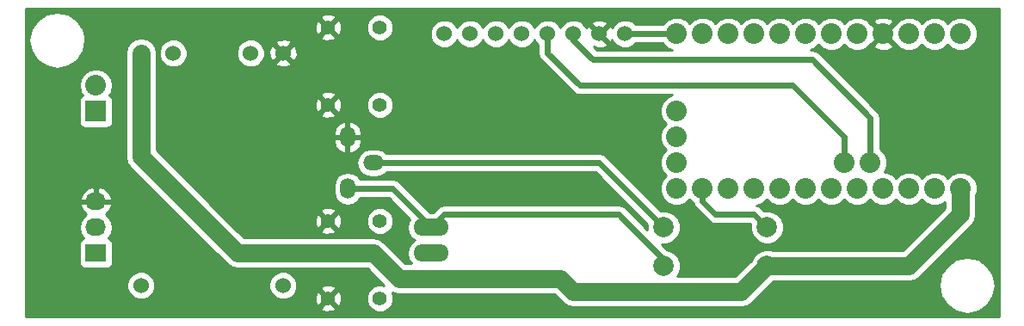
<source format=gtl>
G04 #@! TF.FileFunction,Copper,L1,Top,Signal*
%FSLAX46Y46*%
G04 Gerber Fmt 4.6, Leading zero omitted, Abs format (unit mm)*
G04 Created by KiCad (PCBNEW 4.0.2+dfsg1-stable) date Wed 06 Sep 2017 09:22:58 AM EDT*
%MOMM*%
G01*
G04 APERTURE LIST*
%ADD10C,0.100000*%
%ADD11C,1.524000*%
%ADD12C,2.032000*%
%ADD13O,1.998980X1.501140*%
%ADD14O,1.501140X1.998980*%
%ADD15O,3.500120X1.699260*%
%ADD16C,1.998980*%
%ADD17C,1.397000*%
%ADD18R,2.032000X2.032000*%
%ADD19O,2.032000X2.032000*%
%ADD20R,2.032000X1.727200*%
%ADD21O,2.032000X1.727200*%
%ADD22C,0.609600*%
%ADD23C,1.778000*%
%ADD24C,0.254000*%
G04 APERTURE END LIST*
D10*
D11*
X109220000Y-108585000D03*
X116840000Y-108585000D03*
X106045000Y-108585000D03*
X120015000Y-108585000D03*
X120015000Y-131445000D03*
X106045000Y-131445000D03*
D12*
X186690000Y-106680000D03*
X184150000Y-106680000D03*
X181610000Y-106680000D03*
X179070000Y-106680000D03*
X176530000Y-106680000D03*
X173990000Y-106680000D03*
X171450000Y-106680000D03*
X168910000Y-106680000D03*
X166370000Y-106680000D03*
X163830000Y-106680000D03*
X161290000Y-106680000D03*
X158750000Y-106680000D03*
X186690000Y-121920000D03*
X184150000Y-121920000D03*
X181610000Y-121920000D03*
X179070000Y-121920000D03*
X176530000Y-121920000D03*
X173990000Y-121920000D03*
X171450000Y-121920000D03*
X168910000Y-121920000D03*
X166370000Y-121920000D03*
X163830000Y-121920000D03*
X161290000Y-121920000D03*
X158750000Y-121920000D03*
X177800000Y-119380000D03*
X175260000Y-119380000D03*
X158750000Y-119380000D03*
X158750000Y-116840000D03*
X158750000Y-114300000D03*
D13*
X128905000Y-119380000D03*
D14*
X126365000Y-116840000D03*
X126365000Y-121920000D03*
D15*
X134620000Y-128270000D03*
X134620000Y-125730000D03*
X134620000Y-130810000D03*
D16*
X157480000Y-125730000D03*
X167640000Y-125730000D03*
X157480000Y-129540000D03*
X167640000Y-129540000D03*
D17*
X124460000Y-113665000D03*
X129540000Y-113665000D03*
X124460000Y-106045000D03*
X129540000Y-106045000D03*
X124460000Y-132715000D03*
X129540000Y-132715000D03*
X124460000Y-125095000D03*
X129540000Y-125095000D03*
D11*
X153670000Y-106680000D03*
X151130000Y-106680000D03*
X148590000Y-106680000D03*
X146050000Y-106680000D03*
X143510000Y-106680000D03*
X140970000Y-106680000D03*
X138430000Y-106680000D03*
X135890000Y-106680000D03*
D18*
X101600000Y-114300000D03*
D19*
X101600000Y-111760000D03*
D20*
X101600000Y-128270000D03*
D21*
X101600000Y-125730000D03*
X101600000Y-123190000D03*
D22*
X128905000Y-119380000D02*
X151130000Y-119380000D01*
X151130000Y-119380000D02*
X157480000Y-125730000D01*
X134620000Y-125730000D02*
X130810000Y-121920000D01*
X130810000Y-121920000D02*
X126365000Y-121920000D01*
X157480000Y-129540000D02*
X157480000Y-128905000D01*
X157480000Y-128905000D02*
X153035000Y-124460000D01*
X153035000Y-124460000D02*
X135890000Y-124460000D01*
X135890000Y-124460000D02*
X134620000Y-125730000D01*
D23*
X186690000Y-121920000D02*
X186690000Y-124460000D01*
X181610000Y-129540000D02*
X167640000Y-129540000D01*
X186690000Y-124460000D02*
X181610000Y-129540000D01*
X134620000Y-130810000D02*
X147320000Y-130810000D01*
X165100000Y-132080000D02*
X167640000Y-129540000D01*
X148590000Y-132080000D02*
X165100000Y-132080000D01*
X147320000Y-130810000D02*
X148590000Y-132080000D01*
X106045000Y-108585000D02*
X106045000Y-118745000D01*
X131445000Y-130810000D02*
X134620000Y-130810000D01*
X128905000Y-128270000D02*
X131445000Y-130810000D01*
X115570000Y-128270000D02*
X128905000Y-128270000D01*
X106045000Y-118745000D02*
X115570000Y-128270000D01*
D22*
X161290000Y-121920000D02*
X161290000Y-123190000D01*
X166370000Y-124460000D02*
X167640000Y-125730000D01*
X162560000Y-124460000D02*
X166370000Y-124460000D01*
X161290000Y-123190000D02*
X162560000Y-124460000D01*
X153670000Y-106680000D02*
X158750000Y-106680000D01*
X148590000Y-106680000D02*
X148590000Y-107315000D01*
X148590000Y-107315000D02*
X150495000Y-109220000D01*
X150495000Y-109220000D02*
X172085000Y-109220000D01*
X172085000Y-109220000D02*
X177800000Y-114935000D01*
X177800000Y-114935000D02*
X177800000Y-119380000D01*
X146050000Y-106680000D02*
X146050000Y-108585000D01*
X146050000Y-108585000D02*
X149225000Y-111760000D01*
X149225000Y-111760000D02*
X170180000Y-111760000D01*
X170180000Y-111760000D02*
X175260000Y-116840000D01*
X175260000Y-116840000D02*
X175260000Y-119380000D01*
D24*
G36*
X190425000Y-134545000D02*
X94690000Y-134545000D01*
X94690000Y-133649188D01*
X123705417Y-133649188D01*
X123767071Y-133884800D01*
X124267480Y-134060927D01*
X124797199Y-134032148D01*
X125152929Y-133884800D01*
X125214583Y-133649188D01*
X124460000Y-132894605D01*
X123705417Y-133649188D01*
X94690000Y-133649188D01*
X94690000Y-131721661D01*
X104647758Y-131721661D01*
X104859990Y-132235303D01*
X105252630Y-132628629D01*
X105765900Y-132841757D01*
X106321661Y-132842242D01*
X106835303Y-132630010D01*
X107228629Y-132237370D01*
X107441757Y-131724100D01*
X107441759Y-131721661D01*
X118617758Y-131721661D01*
X118829990Y-132235303D01*
X119222630Y-132628629D01*
X119735900Y-132841757D01*
X120291661Y-132842242D01*
X120805303Y-132630010D01*
X120913020Y-132522480D01*
X123114073Y-132522480D01*
X123142852Y-133052199D01*
X123290200Y-133407929D01*
X123525812Y-133469583D01*
X124280395Y-132715000D01*
X124639605Y-132715000D01*
X125394188Y-133469583D01*
X125629800Y-133407929D01*
X125805927Y-132907520D01*
X125777148Y-132377801D01*
X125629800Y-132022071D01*
X125394188Y-131960417D01*
X124639605Y-132715000D01*
X124280395Y-132715000D01*
X123525812Y-131960417D01*
X123290200Y-132022071D01*
X123114073Y-132522480D01*
X120913020Y-132522480D01*
X121198629Y-132237370D01*
X121388208Y-131780812D01*
X123705417Y-131780812D01*
X124460000Y-132535395D01*
X125214583Y-131780812D01*
X125152929Y-131545200D01*
X124652520Y-131369073D01*
X124122801Y-131397852D01*
X123767071Y-131545200D01*
X123705417Y-131780812D01*
X121388208Y-131780812D01*
X121411757Y-131724100D01*
X121412242Y-131168339D01*
X121200010Y-130654697D01*
X120807370Y-130261371D01*
X120294100Y-130048243D01*
X119738339Y-130047758D01*
X119224697Y-130259990D01*
X118831371Y-130652630D01*
X118618243Y-131165900D01*
X118617758Y-131721661D01*
X107441759Y-131721661D01*
X107442242Y-131168339D01*
X107230010Y-130654697D01*
X106837370Y-130261371D01*
X106324100Y-130048243D01*
X105768339Y-130047758D01*
X105254697Y-130259990D01*
X104861371Y-130652630D01*
X104648243Y-131165900D01*
X104647758Y-131721661D01*
X94690000Y-131721661D01*
X94690000Y-125730000D01*
X99916655Y-125730000D01*
X100030729Y-126303489D01*
X100355585Y-126789670D01*
X100369913Y-126799243D01*
X100348683Y-126803238D01*
X100132559Y-126942310D01*
X99987569Y-127154510D01*
X99936560Y-127406400D01*
X99936560Y-129133600D01*
X99980838Y-129368917D01*
X100119910Y-129585041D01*
X100332110Y-129730031D01*
X100584000Y-129781040D01*
X102616000Y-129781040D01*
X102851317Y-129736762D01*
X103067441Y-129597690D01*
X103212431Y-129385490D01*
X103263440Y-129133600D01*
X103263440Y-127406400D01*
X103219162Y-127171083D01*
X103080090Y-126954959D01*
X102867890Y-126809969D01*
X102826561Y-126801600D01*
X102844415Y-126789670D01*
X103169271Y-126303489D01*
X103283345Y-125730000D01*
X103169271Y-125156511D01*
X102844415Y-124670330D01*
X102534931Y-124463539D01*
X102950732Y-124092036D01*
X103204709Y-123564791D01*
X103207358Y-123549026D01*
X103086217Y-123317000D01*
X101727000Y-123317000D01*
X101727000Y-123337000D01*
X101473000Y-123337000D01*
X101473000Y-123317000D01*
X100113783Y-123317000D01*
X99992642Y-123549026D01*
X99995291Y-123564791D01*
X100249268Y-124092036D01*
X100665069Y-124463539D01*
X100355585Y-124670330D01*
X100030729Y-125156511D01*
X99916655Y-125730000D01*
X94690000Y-125730000D01*
X94690000Y-122830974D01*
X99992642Y-122830974D01*
X100113783Y-123063000D01*
X101473000Y-123063000D01*
X101473000Y-121849076D01*
X101727000Y-121849076D01*
X101727000Y-123063000D01*
X103086217Y-123063000D01*
X103207358Y-122830974D01*
X103204709Y-122815209D01*
X102950732Y-122287964D01*
X102514320Y-121898046D01*
X101961913Y-121704816D01*
X101727000Y-121849076D01*
X101473000Y-121849076D01*
X101238087Y-121704816D01*
X100685680Y-121898046D01*
X100249268Y-122287964D01*
X99995291Y-122815209D01*
X99992642Y-122830974D01*
X94690000Y-122830974D01*
X94690000Y-111760000D01*
X99916655Y-111760000D01*
X100042330Y-112391810D01*
X100269499Y-112731792D01*
X100132559Y-112819910D01*
X99987569Y-113032110D01*
X99936560Y-113284000D01*
X99936560Y-115316000D01*
X99980838Y-115551317D01*
X100119910Y-115767441D01*
X100332110Y-115912431D01*
X100584000Y-115963440D01*
X102616000Y-115963440D01*
X102851317Y-115919162D01*
X103067441Y-115780090D01*
X103212431Y-115567890D01*
X103263440Y-115316000D01*
X103263440Y-113284000D01*
X103219162Y-113048683D01*
X103080090Y-112832559D01*
X102931163Y-112730802D01*
X103157670Y-112391810D01*
X103283345Y-111760000D01*
X103157670Y-111128190D01*
X102799778Y-110592567D01*
X102264155Y-110234675D01*
X101632345Y-110109000D01*
X101567655Y-110109000D01*
X100935845Y-110234675D01*
X100400222Y-110592567D01*
X100042330Y-111128190D01*
X99916655Y-111760000D01*
X94690000Y-111760000D01*
X94690000Y-107315000D01*
X94996581Y-107315000D01*
X95209217Y-108383995D01*
X95814754Y-109290246D01*
X96721005Y-109895783D01*
X97790000Y-110108419D01*
X98858995Y-109895783D01*
X99765246Y-109290246D01*
X100236475Y-108585000D01*
X104521000Y-108585000D01*
X104521000Y-118745000D01*
X104637008Y-119328210D01*
X104890082Y-119706963D01*
X104967369Y-119822631D01*
X114492369Y-129347631D01*
X114986790Y-129677992D01*
X115570000Y-129794000D01*
X128273738Y-129794000D01*
X129900567Y-131420828D01*
X129806413Y-131381732D01*
X129275914Y-131381269D01*
X128785620Y-131583854D01*
X128410173Y-131958647D01*
X128206732Y-132448587D01*
X128206269Y-132979086D01*
X128408854Y-133469380D01*
X128783647Y-133844827D01*
X129273587Y-134048268D01*
X129804086Y-134048731D01*
X130294380Y-133846146D01*
X130669827Y-133471353D01*
X130873268Y-132981413D01*
X130873731Y-132450914D01*
X130745340Y-132140182D01*
X130861790Y-132217992D01*
X131445000Y-132334000D01*
X146688738Y-132334000D01*
X147512369Y-133157631D01*
X148006790Y-133487992D01*
X148590000Y-133604000D01*
X165100000Y-133604000D01*
X165683210Y-133487992D01*
X166177631Y-133157631D01*
X167890261Y-131445000D01*
X184531581Y-131445000D01*
X184744217Y-132513995D01*
X185349754Y-133420246D01*
X186256005Y-134025783D01*
X187325000Y-134238419D01*
X188393995Y-134025783D01*
X189300246Y-133420246D01*
X189905783Y-132513995D01*
X190118419Y-131445000D01*
X189905783Y-130376005D01*
X189300246Y-129469754D01*
X188393995Y-128864217D01*
X187325000Y-128651581D01*
X186256005Y-128864217D01*
X185349754Y-129469754D01*
X184744217Y-130376005D01*
X184531581Y-131445000D01*
X167890261Y-131445000D01*
X168271261Y-131064000D01*
X181610000Y-131064000D01*
X182193210Y-130947992D01*
X182687631Y-130617631D01*
X187767631Y-125537631D01*
X188097993Y-125043209D01*
X188214000Y-124460000D01*
X188214000Y-122555004D01*
X188340713Y-122249845D01*
X188341286Y-121593037D01*
X188090466Y-120986005D01*
X187626437Y-120521166D01*
X187019845Y-120269287D01*
X186363037Y-120268714D01*
X185756005Y-120519534D01*
X185419821Y-120855132D01*
X185086437Y-120521166D01*
X184479845Y-120269287D01*
X183823037Y-120268714D01*
X183216005Y-120519534D01*
X182879821Y-120855132D01*
X182546437Y-120521166D01*
X181939845Y-120269287D01*
X181283037Y-120268714D01*
X180676005Y-120519534D01*
X180339821Y-120855132D01*
X180006437Y-120521166D01*
X179399845Y-120269287D01*
X179218478Y-120269129D01*
X179450713Y-119709845D01*
X179451286Y-119053037D01*
X179200466Y-118446005D01*
X178739800Y-117984535D01*
X178739800Y-114935000D01*
X178668262Y-114575354D01*
X178464539Y-114270461D01*
X172749539Y-108555461D01*
X172444646Y-108351738D01*
X172085000Y-108280200D01*
X171900601Y-108280200D01*
X172383995Y-108080466D01*
X172720179Y-107744868D01*
X173053563Y-108078834D01*
X173660155Y-108330713D01*
X174316963Y-108331286D01*
X174923995Y-108080466D01*
X175260179Y-107744868D01*
X175593563Y-108078834D01*
X176200155Y-108330713D01*
X176856963Y-108331286D01*
X177463995Y-108080466D01*
X177700766Y-107844107D01*
X178085498Y-107844107D01*
X178186120Y-108112622D01*
X178801642Y-108341816D01*
X179458019Y-108318014D01*
X179953880Y-108112622D01*
X180054502Y-107844107D01*
X179070000Y-106859605D01*
X178085498Y-107844107D01*
X177700766Y-107844107D01*
X177887565Y-107657634D01*
X177905893Y-107664502D01*
X178890395Y-106680000D01*
X179249605Y-106680000D01*
X180234107Y-107664502D01*
X180252917Y-107657453D01*
X180673563Y-108078834D01*
X181280155Y-108330713D01*
X181936963Y-108331286D01*
X182543995Y-108080466D01*
X182880179Y-107744868D01*
X183213563Y-108078834D01*
X183820155Y-108330713D01*
X184476963Y-108331286D01*
X185083995Y-108080466D01*
X185420179Y-107744868D01*
X185753563Y-108078834D01*
X186360155Y-108330713D01*
X187016963Y-108331286D01*
X187623995Y-108080466D01*
X188088834Y-107616437D01*
X188340713Y-107009845D01*
X188341286Y-106353037D01*
X188090466Y-105746005D01*
X187626437Y-105281166D01*
X187019845Y-105029287D01*
X186363037Y-105028714D01*
X185756005Y-105279534D01*
X185419821Y-105615132D01*
X185086437Y-105281166D01*
X184479845Y-105029287D01*
X183823037Y-105028714D01*
X183216005Y-105279534D01*
X182879821Y-105615132D01*
X182546437Y-105281166D01*
X181939845Y-105029287D01*
X181283037Y-105028714D01*
X180676005Y-105279534D01*
X180252435Y-105702366D01*
X180234107Y-105695498D01*
X179249605Y-106680000D01*
X178890395Y-106680000D01*
X177905893Y-105695498D01*
X177887083Y-105702547D01*
X177700755Y-105515893D01*
X178085498Y-105515893D01*
X179070000Y-106500395D01*
X180054502Y-105515893D01*
X179953880Y-105247378D01*
X179338358Y-105018184D01*
X178681981Y-105041986D01*
X178186120Y-105247378D01*
X178085498Y-105515893D01*
X177700755Y-105515893D01*
X177466437Y-105281166D01*
X176859845Y-105029287D01*
X176203037Y-105028714D01*
X175596005Y-105279534D01*
X175259821Y-105615132D01*
X174926437Y-105281166D01*
X174319845Y-105029287D01*
X173663037Y-105028714D01*
X173056005Y-105279534D01*
X172719821Y-105615132D01*
X172386437Y-105281166D01*
X171779845Y-105029287D01*
X171123037Y-105028714D01*
X170516005Y-105279534D01*
X170179821Y-105615132D01*
X169846437Y-105281166D01*
X169239845Y-105029287D01*
X168583037Y-105028714D01*
X167976005Y-105279534D01*
X167639821Y-105615132D01*
X167306437Y-105281166D01*
X166699845Y-105029287D01*
X166043037Y-105028714D01*
X165436005Y-105279534D01*
X165099821Y-105615132D01*
X164766437Y-105281166D01*
X164159845Y-105029287D01*
X163503037Y-105028714D01*
X162896005Y-105279534D01*
X162559821Y-105615132D01*
X162226437Y-105281166D01*
X161619845Y-105029287D01*
X160963037Y-105028714D01*
X160356005Y-105279534D01*
X160019821Y-105615132D01*
X159686437Y-105281166D01*
X159079845Y-105029287D01*
X158423037Y-105028714D01*
X157816005Y-105279534D01*
X157354535Y-105740200D01*
X154705774Y-105740200D01*
X154462370Y-105496371D01*
X153949100Y-105283243D01*
X153393339Y-105282758D01*
X152879697Y-105494990D01*
X152486371Y-105887630D01*
X152406605Y-106079727D01*
X152352397Y-105948857D01*
X152110213Y-105879392D01*
X151309605Y-106680000D01*
X152110213Y-107480608D01*
X152352397Y-107411143D01*
X152402509Y-107270682D01*
X152484990Y-107470303D01*
X152877630Y-107863629D01*
X153390900Y-108076757D01*
X153946661Y-108077242D01*
X154460303Y-107865010D01*
X154705941Y-107619800D01*
X157355329Y-107619800D01*
X157813563Y-108078834D01*
X158298506Y-108280200D01*
X150884278Y-108280200D01*
X150566165Y-107962087D01*
X150922302Y-108089144D01*
X151477368Y-108061362D01*
X151861143Y-107902397D01*
X151930608Y-107660213D01*
X151130000Y-106859605D01*
X151115858Y-106873748D01*
X150936253Y-106694143D01*
X150950395Y-106680000D01*
X150149787Y-105879392D01*
X149907603Y-105948857D01*
X149857491Y-106089318D01*
X149775010Y-105889697D01*
X149585432Y-105699787D01*
X150329392Y-105699787D01*
X151130000Y-106500395D01*
X151930608Y-105699787D01*
X151861143Y-105457603D01*
X151337698Y-105270856D01*
X150782632Y-105298638D01*
X150398857Y-105457603D01*
X150329392Y-105699787D01*
X149585432Y-105699787D01*
X149382370Y-105496371D01*
X148869100Y-105283243D01*
X148313339Y-105282758D01*
X147799697Y-105494990D01*
X147406371Y-105887630D01*
X147320051Y-106095512D01*
X147235010Y-105889697D01*
X146842370Y-105496371D01*
X146329100Y-105283243D01*
X145773339Y-105282758D01*
X145259697Y-105494990D01*
X144866371Y-105887630D01*
X144780051Y-106095512D01*
X144695010Y-105889697D01*
X144302370Y-105496371D01*
X143789100Y-105283243D01*
X143233339Y-105282758D01*
X142719697Y-105494990D01*
X142326371Y-105887630D01*
X142240051Y-106095512D01*
X142155010Y-105889697D01*
X141762370Y-105496371D01*
X141249100Y-105283243D01*
X140693339Y-105282758D01*
X140179697Y-105494990D01*
X139786371Y-105887630D01*
X139700051Y-106095512D01*
X139615010Y-105889697D01*
X139222370Y-105496371D01*
X138709100Y-105283243D01*
X138153339Y-105282758D01*
X137639697Y-105494990D01*
X137246371Y-105887630D01*
X137160051Y-106095512D01*
X137075010Y-105889697D01*
X136682370Y-105496371D01*
X136169100Y-105283243D01*
X135613339Y-105282758D01*
X135099697Y-105494990D01*
X134706371Y-105887630D01*
X134493243Y-106400900D01*
X134492758Y-106956661D01*
X134704990Y-107470303D01*
X135097630Y-107863629D01*
X135610900Y-108076757D01*
X136166661Y-108077242D01*
X136680303Y-107865010D01*
X137073629Y-107472370D01*
X137159949Y-107264488D01*
X137244990Y-107470303D01*
X137637630Y-107863629D01*
X138150900Y-108076757D01*
X138706661Y-108077242D01*
X139220303Y-107865010D01*
X139613629Y-107472370D01*
X139699949Y-107264488D01*
X139784990Y-107470303D01*
X140177630Y-107863629D01*
X140690900Y-108076757D01*
X141246661Y-108077242D01*
X141760303Y-107865010D01*
X142153629Y-107472370D01*
X142239949Y-107264488D01*
X142324990Y-107470303D01*
X142717630Y-107863629D01*
X143230900Y-108076757D01*
X143786661Y-108077242D01*
X144300303Y-107865010D01*
X144693629Y-107472370D01*
X144779949Y-107264488D01*
X144864990Y-107470303D01*
X145110200Y-107715941D01*
X145110200Y-108585000D01*
X145181738Y-108944646D01*
X145385461Y-109249539D01*
X148560461Y-112424539D01*
X148865354Y-112628262D01*
X149225000Y-112699800D01*
X158299399Y-112699800D01*
X157816005Y-112899534D01*
X157351166Y-113363563D01*
X157099287Y-113970155D01*
X157098714Y-114626963D01*
X157349534Y-115233995D01*
X157685132Y-115570179D01*
X157351166Y-115903563D01*
X157099287Y-116510155D01*
X157098714Y-117166963D01*
X157349534Y-117773995D01*
X157685132Y-118110179D01*
X157351166Y-118443563D01*
X157099287Y-119050155D01*
X157098714Y-119706963D01*
X157349534Y-120313995D01*
X157685132Y-120650179D01*
X157351166Y-120983563D01*
X157099287Y-121590155D01*
X157098714Y-122246963D01*
X157349534Y-122853995D01*
X157813563Y-123318834D01*
X158420155Y-123570713D01*
X159076963Y-123571286D01*
X159683995Y-123320466D01*
X160020179Y-122984868D01*
X160353563Y-123318834D01*
X160377831Y-123328911D01*
X160421738Y-123549646D01*
X160625461Y-123854539D01*
X161895461Y-125124539D01*
X162200354Y-125328262D01*
X162560000Y-125399800D01*
X165980722Y-125399800D01*
X166005775Y-125424853D01*
X166005226Y-126053694D01*
X166253538Y-126654655D01*
X166712927Y-127114846D01*
X167313453Y-127364206D01*
X167963694Y-127364774D01*
X168564655Y-127116462D01*
X169024846Y-126657073D01*
X169274206Y-126056547D01*
X169274774Y-125406306D01*
X169026462Y-124805345D01*
X168567073Y-124345154D01*
X167966547Y-124095794D01*
X167334320Y-124095242D01*
X167034539Y-123795461D01*
X166729646Y-123591738D01*
X166626518Y-123571225D01*
X166696963Y-123571286D01*
X167303995Y-123320466D01*
X167640179Y-122984868D01*
X167973563Y-123318834D01*
X168580155Y-123570713D01*
X169236963Y-123571286D01*
X169843995Y-123320466D01*
X170180179Y-122984868D01*
X170513563Y-123318834D01*
X171120155Y-123570713D01*
X171776963Y-123571286D01*
X172383995Y-123320466D01*
X172720179Y-122984868D01*
X173053563Y-123318834D01*
X173660155Y-123570713D01*
X174316963Y-123571286D01*
X174923995Y-123320466D01*
X175260179Y-122984868D01*
X175593563Y-123318834D01*
X176200155Y-123570713D01*
X176856963Y-123571286D01*
X177463995Y-123320466D01*
X177800179Y-122984868D01*
X178133563Y-123318834D01*
X178740155Y-123570713D01*
X179396963Y-123571286D01*
X180003995Y-123320466D01*
X180340179Y-122984868D01*
X180673563Y-123318834D01*
X181280155Y-123570713D01*
X181936963Y-123571286D01*
X182543995Y-123320466D01*
X182880179Y-122984868D01*
X183213563Y-123318834D01*
X183820155Y-123570713D01*
X184476963Y-123571286D01*
X185083995Y-123320466D01*
X185166000Y-123238604D01*
X185166000Y-123828738D01*
X180978738Y-128016000D01*
X168231953Y-128016000D01*
X167966547Y-127905794D01*
X167316306Y-127905226D01*
X166715345Y-128153538D01*
X166255154Y-128612927D01*
X166143913Y-128880826D01*
X164468738Y-130556000D01*
X158775764Y-130556000D01*
X158864846Y-130467073D01*
X159114206Y-129866547D01*
X159114774Y-129216306D01*
X158866462Y-128615345D01*
X158407073Y-128155154D01*
X157812233Y-127908155D01*
X157268384Y-127364306D01*
X157803694Y-127364774D01*
X158404655Y-127116462D01*
X158864846Y-126657073D01*
X159114206Y-126056547D01*
X159114774Y-125406306D01*
X158866462Y-124805345D01*
X158407073Y-124345154D01*
X157806547Y-124095794D01*
X157174320Y-124095242D01*
X151794539Y-118715461D01*
X151489646Y-118511738D01*
X151130000Y-118440200D01*
X130192379Y-118440200D01*
X130165688Y-118400254D01*
X129716177Y-118099900D01*
X129185942Y-117994430D01*
X128624058Y-117994430D01*
X128093823Y-118099900D01*
X127644312Y-118400254D01*
X127343958Y-118849765D01*
X127238488Y-119380000D01*
X127343958Y-119910235D01*
X127644312Y-120359746D01*
X128093823Y-120660100D01*
X128624058Y-120765570D01*
X129185942Y-120765570D01*
X129716177Y-120660100D01*
X130165688Y-120359746D01*
X130192379Y-120319800D01*
X150740722Y-120319800D01*
X155845775Y-125424853D01*
X155845324Y-125941246D01*
X153699539Y-123795461D01*
X153394646Y-123591738D01*
X153035000Y-123520200D01*
X135890000Y-123520200D01*
X135530354Y-123591738D01*
X135225461Y-123795461D01*
X134775552Y-124245370D01*
X134464448Y-124245370D01*
X131474539Y-121255461D01*
X131169646Y-121051738D01*
X130810000Y-120980200D01*
X127559157Y-120980200D01*
X127344746Y-120659312D01*
X126895235Y-120358958D01*
X126365000Y-120253488D01*
X125834765Y-120358958D01*
X125385254Y-120659312D01*
X125084900Y-121108823D01*
X124979430Y-121639058D01*
X124979430Y-122200942D01*
X125084900Y-122731177D01*
X125385254Y-123180688D01*
X125834765Y-123481042D01*
X126365000Y-123586512D01*
X126895235Y-123481042D01*
X127344746Y-123180688D01*
X127559157Y-122859800D01*
X130420722Y-122859800D01*
X132470076Y-124909154D01*
X132301225Y-125161857D01*
X132188214Y-125730000D01*
X132301225Y-126298143D01*
X132623052Y-126779792D01*
X132952617Y-127000000D01*
X132623052Y-127220208D01*
X132301225Y-127701857D01*
X132188214Y-128270000D01*
X132301225Y-128838143D01*
X132600473Y-129286000D01*
X132076261Y-129286000D01*
X129982631Y-127192369D01*
X129866609Y-127114846D01*
X129488210Y-126862008D01*
X128905000Y-126746000D01*
X116201262Y-126746000D01*
X115484450Y-126029188D01*
X123705417Y-126029188D01*
X123767071Y-126264800D01*
X124267480Y-126440927D01*
X124797199Y-126412148D01*
X125152929Y-126264800D01*
X125214583Y-126029188D01*
X124460000Y-125274605D01*
X123705417Y-126029188D01*
X115484450Y-126029188D01*
X114357742Y-124902480D01*
X123114073Y-124902480D01*
X123142852Y-125432199D01*
X123290200Y-125787929D01*
X123525812Y-125849583D01*
X124280395Y-125095000D01*
X124639605Y-125095000D01*
X125394188Y-125849583D01*
X125629800Y-125787929D01*
X125780738Y-125359086D01*
X128206269Y-125359086D01*
X128408854Y-125849380D01*
X128783647Y-126224827D01*
X129273587Y-126428268D01*
X129804086Y-126428731D01*
X130294380Y-126226146D01*
X130669827Y-125851353D01*
X130873268Y-125361413D01*
X130873731Y-124830914D01*
X130671146Y-124340620D01*
X130296353Y-123965173D01*
X129806413Y-123761732D01*
X129275914Y-123761269D01*
X128785620Y-123963854D01*
X128410173Y-124338647D01*
X128206732Y-124828587D01*
X128206269Y-125359086D01*
X125780738Y-125359086D01*
X125805927Y-125287520D01*
X125777148Y-124757801D01*
X125629800Y-124402071D01*
X125394188Y-124340417D01*
X124639605Y-125095000D01*
X124280395Y-125095000D01*
X123525812Y-124340417D01*
X123290200Y-124402071D01*
X123114073Y-124902480D01*
X114357742Y-124902480D01*
X113616074Y-124160812D01*
X123705417Y-124160812D01*
X124460000Y-124915395D01*
X125214583Y-124160812D01*
X125152929Y-123925200D01*
X124652520Y-123749073D01*
X124122801Y-123777852D01*
X123767071Y-123925200D01*
X123705417Y-124160812D01*
X113616074Y-124160812D01*
X107569000Y-118113738D01*
X107569000Y-117186123D01*
X124971919Y-117186123D01*
X125115159Y-117711833D01*
X125448676Y-118142710D01*
X125921695Y-118413157D01*
X126023725Y-118431803D01*
X126238000Y-118309149D01*
X126238000Y-116967000D01*
X126492000Y-116967000D01*
X126492000Y-118309149D01*
X126706275Y-118431803D01*
X126808305Y-118413157D01*
X127281324Y-118142710D01*
X127614841Y-117711833D01*
X127758081Y-117186123D01*
X127597386Y-116967000D01*
X126492000Y-116967000D01*
X126238000Y-116967000D01*
X125132614Y-116967000D01*
X124971919Y-117186123D01*
X107569000Y-117186123D01*
X107569000Y-116493877D01*
X124971919Y-116493877D01*
X125132614Y-116713000D01*
X126238000Y-116713000D01*
X126238000Y-115370851D01*
X126492000Y-115370851D01*
X126492000Y-116713000D01*
X127597386Y-116713000D01*
X127758081Y-116493877D01*
X127614841Y-115968167D01*
X127281324Y-115537290D01*
X126808305Y-115266843D01*
X126706275Y-115248197D01*
X126492000Y-115370851D01*
X126238000Y-115370851D01*
X126023725Y-115248197D01*
X125921695Y-115266843D01*
X125448676Y-115537290D01*
X125115159Y-115968167D01*
X124971919Y-116493877D01*
X107569000Y-116493877D01*
X107569000Y-114599188D01*
X123705417Y-114599188D01*
X123767071Y-114834800D01*
X124267480Y-115010927D01*
X124797199Y-114982148D01*
X125152929Y-114834800D01*
X125214583Y-114599188D01*
X124460000Y-113844605D01*
X123705417Y-114599188D01*
X107569000Y-114599188D01*
X107569000Y-113472480D01*
X123114073Y-113472480D01*
X123142852Y-114002199D01*
X123290200Y-114357929D01*
X123525812Y-114419583D01*
X124280395Y-113665000D01*
X124639605Y-113665000D01*
X125394188Y-114419583D01*
X125629800Y-114357929D01*
X125780738Y-113929086D01*
X128206269Y-113929086D01*
X128408854Y-114419380D01*
X128783647Y-114794827D01*
X129273587Y-114998268D01*
X129804086Y-114998731D01*
X130294380Y-114796146D01*
X130669827Y-114421353D01*
X130873268Y-113931413D01*
X130873731Y-113400914D01*
X130671146Y-112910620D01*
X130296353Y-112535173D01*
X129806413Y-112331732D01*
X129275914Y-112331269D01*
X128785620Y-112533854D01*
X128410173Y-112908647D01*
X128206732Y-113398587D01*
X128206269Y-113929086D01*
X125780738Y-113929086D01*
X125805927Y-113857520D01*
X125777148Y-113327801D01*
X125629800Y-112972071D01*
X125394188Y-112910417D01*
X124639605Y-113665000D01*
X124280395Y-113665000D01*
X123525812Y-112910417D01*
X123290200Y-112972071D01*
X123114073Y-113472480D01*
X107569000Y-113472480D01*
X107569000Y-112730812D01*
X123705417Y-112730812D01*
X124460000Y-113485395D01*
X125214583Y-112730812D01*
X125152929Y-112495200D01*
X124652520Y-112319073D01*
X124122801Y-112347852D01*
X123767071Y-112495200D01*
X123705417Y-112730812D01*
X107569000Y-112730812D01*
X107569000Y-108861661D01*
X107822758Y-108861661D01*
X108034990Y-109375303D01*
X108427630Y-109768629D01*
X108940900Y-109981757D01*
X109496661Y-109982242D01*
X110010303Y-109770010D01*
X110403629Y-109377370D01*
X110616757Y-108864100D01*
X110616759Y-108861661D01*
X115442758Y-108861661D01*
X115654990Y-109375303D01*
X116047630Y-109768629D01*
X116560900Y-109981757D01*
X117116661Y-109982242D01*
X117630303Y-109770010D01*
X117835457Y-109565213D01*
X119214392Y-109565213D01*
X119283857Y-109807397D01*
X119807302Y-109994144D01*
X120362368Y-109966362D01*
X120746143Y-109807397D01*
X120815608Y-109565213D01*
X120015000Y-108764605D01*
X119214392Y-109565213D01*
X117835457Y-109565213D01*
X118023629Y-109377370D01*
X118236757Y-108864100D01*
X118237181Y-108377302D01*
X118605856Y-108377302D01*
X118633638Y-108932368D01*
X118792603Y-109316143D01*
X119034787Y-109385608D01*
X119835395Y-108585000D01*
X120194605Y-108585000D01*
X120995213Y-109385608D01*
X121237397Y-109316143D01*
X121424144Y-108792698D01*
X121396362Y-108237632D01*
X121237397Y-107853857D01*
X120995213Y-107784392D01*
X120194605Y-108585000D01*
X119835395Y-108585000D01*
X119034787Y-107784392D01*
X118792603Y-107853857D01*
X118605856Y-108377302D01*
X118237181Y-108377302D01*
X118237242Y-108308339D01*
X118025010Y-107794697D01*
X117835432Y-107604787D01*
X119214392Y-107604787D01*
X120015000Y-108405395D01*
X120815608Y-107604787D01*
X120746143Y-107362603D01*
X120222698Y-107175856D01*
X119667632Y-107203638D01*
X119283857Y-107362603D01*
X119214392Y-107604787D01*
X117835432Y-107604787D01*
X117632370Y-107401371D01*
X117119100Y-107188243D01*
X116563339Y-107187758D01*
X116049697Y-107399990D01*
X115656371Y-107792630D01*
X115443243Y-108305900D01*
X115442758Y-108861661D01*
X110616759Y-108861661D01*
X110617242Y-108308339D01*
X110405010Y-107794697D01*
X110012370Y-107401371D01*
X109499100Y-107188243D01*
X108943339Y-107187758D01*
X108429697Y-107399990D01*
X108036371Y-107792630D01*
X107823243Y-108305900D01*
X107822758Y-108861661D01*
X107569000Y-108861661D01*
X107569000Y-108585000D01*
X107452992Y-108001790D01*
X107122631Y-107507369D01*
X106628210Y-107177008D01*
X106045000Y-107061000D01*
X105461790Y-107177008D01*
X104967369Y-107507369D01*
X104637008Y-108001790D01*
X104521000Y-108585000D01*
X100236475Y-108585000D01*
X100370783Y-108383995D01*
X100583419Y-107315000D01*
X100516622Y-106979188D01*
X123705417Y-106979188D01*
X123767071Y-107214800D01*
X124267480Y-107390927D01*
X124797199Y-107362148D01*
X125152929Y-107214800D01*
X125214583Y-106979188D01*
X124460000Y-106224605D01*
X123705417Y-106979188D01*
X100516622Y-106979188D01*
X100370783Y-106246005D01*
X100107839Y-105852480D01*
X123114073Y-105852480D01*
X123142852Y-106382199D01*
X123290200Y-106737929D01*
X123525812Y-106799583D01*
X124280395Y-106045000D01*
X124639605Y-106045000D01*
X125394188Y-106799583D01*
X125629800Y-106737929D01*
X125780738Y-106309086D01*
X128206269Y-106309086D01*
X128408854Y-106799380D01*
X128783647Y-107174827D01*
X129273587Y-107378268D01*
X129804086Y-107378731D01*
X130294380Y-107176146D01*
X130669827Y-106801353D01*
X130873268Y-106311413D01*
X130873731Y-105780914D01*
X130671146Y-105290620D01*
X130296353Y-104915173D01*
X129806413Y-104711732D01*
X129275914Y-104711269D01*
X128785620Y-104913854D01*
X128410173Y-105288647D01*
X128206732Y-105778587D01*
X128206269Y-106309086D01*
X125780738Y-106309086D01*
X125805927Y-106237520D01*
X125777148Y-105707801D01*
X125629800Y-105352071D01*
X125394188Y-105290417D01*
X124639605Y-106045000D01*
X124280395Y-106045000D01*
X123525812Y-105290417D01*
X123290200Y-105352071D01*
X123114073Y-105852480D01*
X100107839Y-105852480D01*
X99765246Y-105339754D01*
X99422610Y-105110812D01*
X123705417Y-105110812D01*
X124460000Y-105865395D01*
X125214583Y-105110812D01*
X125152929Y-104875200D01*
X124652520Y-104699073D01*
X124122801Y-104727852D01*
X123767071Y-104875200D01*
X123705417Y-105110812D01*
X99422610Y-105110812D01*
X98858995Y-104734217D01*
X97790000Y-104521581D01*
X96721005Y-104734217D01*
X95814754Y-105339754D01*
X95209217Y-106246005D01*
X94996581Y-107315000D01*
X94690000Y-107315000D01*
X94690000Y-104215000D01*
X190425000Y-104215000D01*
X190425000Y-134545000D01*
X190425000Y-134545000D01*
G37*
X190425000Y-134545000D02*
X94690000Y-134545000D01*
X94690000Y-133649188D01*
X123705417Y-133649188D01*
X123767071Y-133884800D01*
X124267480Y-134060927D01*
X124797199Y-134032148D01*
X125152929Y-133884800D01*
X125214583Y-133649188D01*
X124460000Y-132894605D01*
X123705417Y-133649188D01*
X94690000Y-133649188D01*
X94690000Y-131721661D01*
X104647758Y-131721661D01*
X104859990Y-132235303D01*
X105252630Y-132628629D01*
X105765900Y-132841757D01*
X106321661Y-132842242D01*
X106835303Y-132630010D01*
X107228629Y-132237370D01*
X107441757Y-131724100D01*
X107441759Y-131721661D01*
X118617758Y-131721661D01*
X118829990Y-132235303D01*
X119222630Y-132628629D01*
X119735900Y-132841757D01*
X120291661Y-132842242D01*
X120805303Y-132630010D01*
X120913020Y-132522480D01*
X123114073Y-132522480D01*
X123142852Y-133052199D01*
X123290200Y-133407929D01*
X123525812Y-133469583D01*
X124280395Y-132715000D01*
X124639605Y-132715000D01*
X125394188Y-133469583D01*
X125629800Y-133407929D01*
X125805927Y-132907520D01*
X125777148Y-132377801D01*
X125629800Y-132022071D01*
X125394188Y-131960417D01*
X124639605Y-132715000D01*
X124280395Y-132715000D01*
X123525812Y-131960417D01*
X123290200Y-132022071D01*
X123114073Y-132522480D01*
X120913020Y-132522480D01*
X121198629Y-132237370D01*
X121388208Y-131780812D01*
X123705417Y-131780812D01*
X124460000Y-132535395D01*
X125214583Y-131780812D01*
X125152929Y-131545200D01*
X124652520Y-131369073D01*
X124122801Y-131397852D01*
X123767071Y-131545200D01*
X123705417Y-131780812D01*
X121388208Y-131780812D01*
X121411757Y-131724100D01*
X121412242Y-131168339D01*
X121200010Y-130654697D01*
X120807370Y-130261371D01*
X120294100Y-130048243D01*
X119738339Y-130047758D01*
X119224697Y-130259990D01*
X118831371Y-130652630D01*
X118618243Y-131165900D01*
X118617758Y-131721661D01*
X107441759Y-131721661D01*
X107442242Y-131168339D01*
X107230010Y-130654697D01*
X106837370Y-130261371D01*
X106324100Y-130048243D01*
X105768339Y-130047758D01*
X105254697Y-130259990D01*
X104861371Y-130652630D01*
X104648243Y-131165900D01*
X104647758Y-131721661D01*
X94690000Y-131721661D01*
X94690000Y-125730000D01*
X99916655Y-125730000D01*
X100030729Y-126303489D01*
X100355585Y-126789670D01*
X100369913Y-126799243D01*
X100348683Y-126803238D01*
X100132559Y-126942310D01*
X99987569Y-127154510D01*
X99936560Y-127406400D01*
X99936560Y-129133600D01*
X99980838Y-129368917D01*
X100119910Y-129585041D01*
X100332110Y-129730031D01*
X100584000Y-129781040D01*
X102616000Y-129781040D01*
X102851317Y-129736762D01*
X103067441Y-129597690D01*
X103212431Y-129385490D01*
X103263440Y-129133600D01*
X103263440Y-127406400D01*
X103219162Y-127171083D01*
X103080090Y-126954959D01*
X102867890Y-126809969D01*
X102826561Y-126801600D01*
X102844415Y-126789670D01*
X103169271Y-126303489D01*
X103283345Y-125730000D01*
X103169271Y-125156511D01*
X102844415Y-124670330D01*
X102534931Y-124463539D01*
X102950732Y-124092036D01*
X103204709Y-123564791D01*
X103207358Y-123549026D01*
X103086217Y-123317000D01*
X101727000Y-123317000D01*
X101727000Y-123337000D01*
X101473000Y-123337000D01*
X101473000Y-123317000D01*
X100113783Y-123317000D01*
X99992642Y-123549026D01*
X99995291Y-123564791D01*
X100249268Y-124092036D01*
X100665069Y-124463539D01*
X100355585Y-124670330D01*
X100030729Y-125156511D01*
X99916655Y-125730000D01*
X94690000Y-125730000D01*
X94690000Y-122830974D01*
X99992642Y-122830974D01*
X100113783Y-123063000D01*
X101473000Y-123063000D01*
X101473000Y-121849076D01*
X101727000Y-121849076D01*
X101727000Y-123063000D01*
X103086217Y-123063000D01*
X103207358Y-122830974D01*
X103204709Y-122815209D01*
X102950732Y-122287964D01*
X102514320Y-121898046D01*
X101961913Y-121704816D01*
X101727000Y-121849076D01*
X101473000Y-121849076D01*
X101238087Y-121704816D01*
X100685680Y-121898046D01*
X100249268Y-122287964D01*
X99995291Y-122815209D01*
X99992642Y-122830974D01*
X94690000Y-122830974D01*
X94690000Y-111760000D01*
X99916655Y-111760000D01*
X100042330Y-112391810D01*
X100269499Y-112731792D01*
X100132559Y-112819910D01*
X99987569Y-113032110D01*
X99936560Y-113284000D01*
X99936560Y-115316000D01*
X99980838Y-115551317D01*
X100119910Y-115767441D01*
X100332110Y-115912431D01*
X100584000Y-115963440D01*
X102616000Y-115963440D01*
X102851317Y-115919162D01*
X103067441Y-115780090D01*
X103212431Y-115567890D01*
X103263440Y-115316000D01*
X103263440Y-113284000D01*
X103219162Y-113048683D01*
X103080090Y-112832559D01*
X102931163Y-112730802D01*
X103157670Y-112391810D01*
X103283345Y-111760000D01*
X103157670Y-111128190D01*
X102799778Y-110592567D01*
X102264155Y-110234675D01*
X101632345Y-110109000D01*
X101567655Y-110109000D01*
X100935845Y-110234675D01*
X100400222Y-110592567D01*
X100042330Y-111128190D01*
X99916655Y-111760000D01*
X94690000Y-111760000D01*
X94690000Y-107315000D01*
X94996581Y-107315000D01*
X95209217Y-108383995D01*
X95814754Y-109290246D01*
X96721005Y-109895783D01*
X97790000Y-110108419D01*
X98858995Y-109895783D01*
X99765246Y-109290246D01*
X100236475Y-108585000D01*
X104521000Y-108585000D01*
X104521000Y-118745000D01*
X104637008Y-119328210D01*
X104890082Y-119706963D01*
X104967369Y-119822631D01*
X114492369Y-129347631D01*
X114986790Y-129677992D01*
X115570000Y-129794000D01*
X128273738Y-129794000D01*
X129900567Y-131420828D01*
X129806413Y-131381732D01*
X129275914Y-131381269D01*
X128785620Y-131583854D01*
X128410173Y-131958647D01*
X128206732Y-132448587D01*
X128206269Y-132979086D01*
X128408854Y-133469380D01*
X128783647Y-133844827D01*
X129273587Y-134048268D01*
X129804086Y-134048731D01*
X130294380Y-133846146D01*
X130669827Y-133471353D01*
X130873268Y-132981413D01*
X130873731Y-132450914D01*
X130745340Y-132140182D01*
X130861790Y-132217992D01*
X131445000Y-132334000D01*
X146688738Y-132334000D01*
X147512369Y-133157631D01*
X148006790Y-133487992D01*
X148590000Y-133604000D01*
X165100000Y-133604000D01*
X165683210Y-133487992D01*
X166177631Y-133157631D01*
X167890261Y-131445000D01*
X184531581Y-131445000D01*
X184744217Y-132513995D01*
X185349754Y-133420246D01*
X186256005Y-134025783D01*
X187325000Y-134238419D01*
X188393995Y-134025783D01*
X189300246Y-133420246D01*
X189905783Y-132513995D01*
X190118419Y-131445000D01*
X189905783Y-130376005D01*
X189300246Y-129469754D01*
X188393995Y-128864217D01*
X187325000Y-128651581D01*
X186256005Y-128864217D01*
X185349754Y-129469754D01*
X184744217Y-130376005D01*
X184531581Y-131445000D01*
X167890261Y-131445000D01*
X168271261Y-131064000D01*
X181610000Y-131064000D01*
X182193210Y-130947992D01*
X182687631Y-130617631D01*
X187767631Y-125537631D01*
X188097993Y-125043209D01*
X188214000Y-124460000D01*
X188214000Y-122555004D01*
X188340713Y-122249845D01*
X188341286Y-121593037D01*
X188090466Y-120986005D01*
X187626437Y-120521166D01*
X187019845Y-120269287D01*
X186363037Y-120268714D01*
X185756005Y-120519534D01*
X185419821Y-120855132D01*
X185086437Y-120521166D01*
X184479845Y-120269287D01*
X183823037Y-120268714D01*
X183216005Y-120519534D01*
X182879821Y-120855132D01*
X182546437Y-120521166D01*
X181939845Y-120269287D01*
X181283037Y-120268714D01*
X180676005Y-120519534D01*
X180339821Y-120855132D01*
X180006437Y-120521166D01*
X179399845Y-120269287D01*
X179218478Y-120269129D01*
X179450713Y-119709845D01*
X179451286Y-119053037D01*
X179200466Y-118446005D01*
X178739800Y-117984535D01*
X178739800Y-114935000D01*
X178668262Y-114575354D01*
X178464539Y-114270461D01*
X172749539Y-108555461D01*
X172444646Y-108351738D01*
X172085000Y-108280200D01*
X171900601Y-108280200D01*
X172383995Y-108080466D01*
X172720179Y-107744868D01*
X173053563Y-108078834D01*
X173660155Y-108330713D01*
X174316963Y-108331286D01*
X174923995Y-108080466D01*
X175260179Y-107744868D01*
X175593563Y-108078834D01*
X176200155Y-108330713D01*
X176856963Y-108331286D01*
X177463995Y-108080466D01*
X177700766Y-107844107D01*
X178085498Y-107844107D01*
X178186120Y-108112622D01*
X178801642Y-108341816D01*
X179458019Y-108318014D01*
X179953880Y-108112622D01*
X180054502Y-107844107D01*
X179070000Y-106859605D01*
X178085498Y-107844107D01*
X177700766Y-107844107D01*
X177887565Y-107657634D01*
X177905893Y-107664502D01*
X178890395Y-106680000D01*
X179249605Y-106680000D01*
X180234107Y-107664502D01*
X180252917Y-107657453D01*
X180673563Y-108078834D01*
X181280155Y-108330713D01*
X181936963Y-108331286D01*
X182543995Y-108080466D01*
X182880179Y-107744868D01*
X183213563Y-108078834D01*
X183820155Y-108330713D01*
X184476963Y-108331286D01*
X185083995Y-108080466D01*
X185420179Y-107744868D01*
X185753563Y-108078834D01*
X186360155Y-108330713D01*
X187016963Y-108331286D01*
X187623995Y-108080466D01*
X188088834Y-107616437D01*
X188340713Y-107009845D01*
X188341286Y-106353037D01*
X188090466Y-105746005D01*
X187626437Y-105281166D01*
X187019845Y-105029287D01*
X186363037Y-105028714D01*
X185756005Y-105279534D01*
X185419821Y-105615132D01*
X185086437Y-105281166D01*
X184479845Y-105029287D01*
X183823037Y-105028714D01*
X183216005Y-105279534D01*
X182879821Y-105615132D01*
X182546437Y-105281166D01*
X181939845Y-105029287D01*
X181283037Y-105028714D01*
X180676005Y-105279534D01*
X180252435Y-105702366D01*
X180234107Y-105695498D01*
X179249605Y-106680000D01*
X178890395Y-106680000D01*
X177905893Y-105695498D01*
X177887083Y-105702547D01*
X177700755Y-105515893D01*
X178085498Y-105515893D01*
X179070000Y-106500395D01*
X180054502Y-105515893D01*
X179953880Y-105247378D01*
X179338358Y-105018184D01*
X178681981Y-105041986D01*
X178186120Y-105247378D01*
X178085498Y-105515893D01*
X177700755Y-105515893D01*
X177466437Y-105281166D01*
X176859845Y-105029287D01*
X176203037Y-105028714D01*
X175596005Y-105279534D01*
X175259821Y-105615132D01*
X174926437Y-105281166D01*
X174319845Y-105029287D01*
X173663037Y-105028714D01*
X173056005Y-105279534D01*
X172719821Y-105615132D01*
X172386437Y-105281166D01*
X171779845Y-105029287D01*
X171123037Y-105028714D01*
X170516005Y-105279534D01*
X170179821Y-105615132D01*
X169846437Y-105281166D01*
X169239845Y-105029287D01*
X168583037Y-105028714D01*
X167976005Y-105279534D01*
X167639821Y-105615132D01*
X167306437Y-105281166D01*
X166699845Y-105029287D01*
X166043037Y-105028714D01*
X165436005Y-105279534D01*
X165099821Y-105615132D01*
X164766437Y-105281166D01*
X164159845Y-105029287D01*
X163503037Y-105028714D01*
X162896005Y-105279534D01*
X162559821Y-105615132D01*
X162226437Y-105281166D01*
X161619845Y-105029287D01*
X160963037Y-105028714D01*
X160356005Y-105279534D01*
X160019821Y-105615132D01*
X159686437Y-105281166D01*
X159079845Y-105029287D01*
X158423037Y-105028714D01*
X157816005Y-105279534D01*
X157354535Y-105740200D01*
X154705774Y-105740200D01*
X154462370Y-105496371D01*
X153949100Y-105283243D01*
X153393339Y-105282758D01*
X152879697Y-105494990D01*
X152486371Y-105887630D01*
X152406605Y-106079727D01*
X152352397Y-105948857D01*
X152110213Y-105879392D01*
X151309605Y-106680000D01*
X152110213Y-107480608D01*
X152352397Y-107411143D01*
X152402509Y-107270682D01*
X152484990Y-107470303D01*
X152877630Y-107863629D01*
X153390900Y-108076757D01*
X153946661Y-108077242D01*
X154460303Y-107865010D01*
X154705941Y-107619800D01*
X157355329Y-107619800D01*
X157813563Y-108078834D01*
X158298506Y-108280200D01*
X150884278Y-108280200D01*
X150566165Y-107962087D01*
X150922302Y-108089144D01*
X151477368Y-108061362D01*
X151861143Y-107902397D01*
X151930608Y-107660213D01*
X151130000Y-106859605D01*
X151115858Y-106873748D01*
X150936253Y-106694143D01*
X150950395Y-106680000D01*
X150149787Y-105879392D01*
X149907603Y-105948857D01*
X149857491Y-106089318D01*
X149775010Y-105889697D01*
X149585432Y-105699787D01*
X150329392Y-105699787D01*
X151130000Y-106500395D01*
X151930608Y-105699787D01*
X151861143Y-105457603D01*
X151337698Y-105270856D01*
X150782632Y-105298638D01*
X150398857Y-105457603D01*
X150329392Y-105699787D01*
X149585432Y-105699787D01*
X149382370Y-105496371D01*
X148869100Y-105283243D01*
X148313339Y-105282758D01*
X147799697Y-105494990D01*
X147406371Y-105887630D01*
X147320051Y-106095512D01*
X147235010Y-105889697D01*
X146842370Y-105496371D01*
X146329100Y-105283243D01*
X145773339Y-105282758D01*
X145259697Y-105494990D01*
X144866371Y-105887630D01*
X144780051Y-106095512D01*
X144695010Y-105889697D01*
X144302370Y-105496371D01*
X143789100Y-105283243D01*
X143233339Y-105282758D01*
X142719697Y-105494990D01*
X142326371Y-105887630D01*
X142240051Y-106095512D01*
X142155010Y-105889697D01*
X141762370Y-105496371D01*
X141249100Y-105283243D01*
X140693339Y-105282758D01*
X140179697Y-105494990D01*
X139786371Y-105887630D01*
X139700051Y-106095512D01*
X139615010Y-105889697D01*
X139222370Y-105496371D01*
X138709100Y-105283243D01*
X138153339Y-105282758D01*
X137639697Y-105494990D01*
X137246371Y-105887630D01*
X137160051Y-106095512D01*
X137075010Y-105889697D01*
X136682370Y-105496371D01*
X136169100Y-105283243D01*
X135613339Y-105282758D01*
X135099697Y-105494990D01*
X134706371Y-105887630D01*
X134493243Y-106400900D01*
X134492758Y-106956661D01*
X134704990Y-107470303D01*
X135097630Y-107863629D01*
X135610900Y-108076757D01*
X136166661Y-108077242D01*
X136680303Y-107865010D01*
X137073629Y-107472370D01*
X137159949Y-107264488D01*
X137244990Y-107470303D01*
X137637630Y-107863629D01*
X138150900Y-108076757D01*
X138706661Y-108077242D01*
X139220303Y-107865010D01*
X139613629Y-107472370D01*
X139699949Y-107264488D01*
X139784990Y-107470303D01*
X140177630Y-107863629D01*
X140690900Y-108076757D01*
X141246661Y-108077242D01*
X141760303Y-107865010D01*
X142153629Y-107472370D01*
X142239949Y-107264488D01*
X142324990Y-107470303D01*
X142717630Y-107863629D01*
X143230900Y-108076757D01*
X143786661Y-108077242D01*
X144300303Y-107865010D01*
X144693629Y-107472370D01*
X144779949Y-107264488D01*
X144864990Y-107470303D01*
X145110200Y-107715941D01*
X145110200Y-108585000D01*
X145181738Y-108944646D01*
X145385461Y-109249539D01*
X148560461Y-112424539D01*
X148865354Y-112628262D01*
X149225000Y-112699800D01*
X158299399Y-112699800D01*
X157816005Y-112899534D01*
X157351166Y-113363563D01*
X157099287Y-113970155D01*
X157098714Y-114626963D01*
X157349534Y-115233995D01*
X157685132Y-115570179D01*
X157351166Y-115903563D01*
X157099287Y-116510155D01*
X157098714Y-117166963D01*
X157349534Y-117773995D01*
X157685132Y-118110179D01*
X157351166Y-118443563D01*
X157099287Y-119050155D01*
X157098714Y-119706963D01*
X157349534Y-120313995D01*
X157685132Y-120650179D01*
X157351166Y-120983563D01*
X157099287Y-121590155D01*
X157098714Y-122246963D01*
X157349534Y-122853995D01*
X157813563Y-123318834D01*
X158420155Y-123570713D01*
X159076963Y-123571286D01*
X159683995Y-123320466D01*
X160020179Y-122984868D01*
X160353563Y-123318834D01*
X160377831Y-123328911D01*
X160421738Y-123549646D01*
X160625461Y-123854539D01*
X161895461Y-125124539D01*
X162200354Y-125328262D01*
X162560000Y-125399800D01*
X165980722Y-125399800D01*
X166005775Y-125424853D01*
X166005226Y-126053694D01*
X166253538Y-126654655D01*
X166712927Y-127114846D01*
X167313453Y-127364206D01*
X167963694Y-127364774D01*
X168564655Y-127116462D01*
X169024846Y-126657073D01*
X169274206Y-126056547D01*
X169274774Y-125406306D01*
X169026462Y-124805345D01*
X168567073Y-124345154D01*
X167966547Y-124095794D01*
X167334320Y-124095242D01*
X167034539Y-123795461D01*
X166729646Y-123591738D01*
X166626518Y-123571225D01*
X166696963Y-123571286D01*
X167303995Y-123320466D01*
X167640179Y-122984868D01*
X167973563Y-123318834D01*
X168580155Y-123570713D01*
X169236963Y-123571286D01*
X169843995Y-123320466D01*
X170180179Y-122984868D01*
X170513563Y-123318834D01*
X171120155Y-123570713D01*
X171776963Y-123571286D01*
X172383995Y-123320466D01*
X172720179Y-122984868D01*
X173053563Y-123318834D01*
X173660155Y-123570713D01*
X174316963Y-123571286D01*
X174923995Y-123320466D01*
X175260179Y-122984868D01*
X175593563Y-123318834D01*
X176200155Y-123570713D01*
X176856963Y-123571286D01*
X177463995Y-123320466D01*
X177800179Y-122984868D01*
X178133563Y-123318834D01*
X178740155Y-123570713D01*
X179396963Y-123571286D01*
X180003995Y-123320466D01*
X180340179Y-122984868D01*
X180673563Y-123318834D01*
X181280155Y-123570713D01*
X181936963Y-123571286D01*
X182543995Y-123320466D01*
X182880179Y-122984868D01*
X183213563Y-123318834D01*
X183820155Y-123570713D01*
X184476963Y-123571286D01*
X185083995Y-123320466D01*
X185166000Y-123238604D01*
X185166000Y-123828738D01*
X180978738Y-128016000D01*
X168231953Y-128016000D01*
X167966547Y-127905794D01*
X167316306Y-127905226D01*
X166715345Y-128153538D01*
X166255154Y-128612927D01*
X166143913Y-128880826D01*
X164468738Y-130556000D01*
X158775764Y-130556000D01*
X158864846Y-130467073D01*
X159114206Y-129866547D01*
X159114774Y-129216306D01*
X158866462Y-128615345D01*
X158407073Y-128155154D01*
X157812233Y-127908155D01*
X157268384Y-127364306D01*
X157803694Y-127364774D01*
X158404655Y-127116462D01*
X158864846Y-126657073D01*
X159114206Y-126056547D01*
X159114774Y-125406306D01*
X158866462Y-124805345D01*
X158407073Y-124345154D01*
X157806547Y-124095794D01*
X157174320Y-124095242D01*
X151794539Y-118715461D01*
X151489646Y-118511738D01*
X151130000Y-118440200D01*
X130192379Y-118440200D01*
X130165688Y-118400254D01*
X129716177Y-118099900D01*
X129185942Y-117994430D01*
X128624058Y-117994430D01*
X128093823Y-118099900D01*
X127644312Y-118400254D01*
X127343958Y-118849765D01*
X127238488Y-119380000D01*
X127343958Y-119910235D01*
X127644312Y-120359746D01*
X128093823Y-120660100D01*
X128624058Y-120765570D01*
X129185942Y-120765570D01*
X129716177Y-120660100D01*
X130165688Y-120359746D01*
X130192379Y-120319800D01*
X150740722Y-120319800D01*
X155845775Y-125424853D01*
X155845324Y-125941246D01*
X153699539Y-123795461D01*
X153394646Y-123591738D01*
X153035000Y-123520200D01*
X135890000Y-123520200D01*
X135530354Y-123591738D01*
X135225461Y-123795461D01*
X134775552Y-124245370D01*
X134464448Y-124245370D01*
X131474539Y-121255461D01*
X131169646Y-121051738D01*
X130810000Y-120980200D01*
X127559157Y-120980200D01*
X127344746Y-120659312D01*
X126895235Y-120358958D01*
X126365000Y-120253488D01*
X125834765Y-120358958D01*
X125385254Y-120659312D01*
X125084900Y-121108823D01*
X124979430Y-121639058D01*
X124979430Y-122200942D01*
X125084900Y-122731177D01*
X125385254Y-123180688D01*
X125834765Y-123481042D01*
X126365000Y-123586512D01*
X126895235Y-123481042D01*
X127344746Y-123180688D01*
X127559157Y-122859800D01*
X130420722Y-122859800D01*
X132470076Y-124909154D01*
X132301225Y-125161857D01*
X132188214Y-125730000D01*
X132301225Y-126298143D01*
X132623052Y-126779792D01*
X132952617Y-127000000D01*
X132623052Y-127220208D01*
X132301225Y-127701857D01*
X132188214Y-128270000D01*
X132301225Y-128838143D01*
X132600473Y-129286000D01*
X132076261Y-129286000D01*
X129982631Y-127192369D01*
X129866609Y-127114846D01*
X129488210Y-126862008D01*
X128905000Y-126746000D01*
X116201262Y-126746000D01*
X115484450Y-126029188D01*
X123705417Y-126029188D01*
X123767071Y-126264800D01*
X124267480Y-126440927D01*
X124797199Y-126412148D01*
X125152929Y-126264800D01*
X125214583Y-126029188D01*
X124460000Y-125274605D01*
X123705417Y-126029188D01*
X115484450Y-126029188D01*
X114357742Y-124902480D01*
X123114073Y-124902480D01*
X123142852Y-125432199D01*
X123290200Y-125787929D01*
X123525812Y-125849583D01*
X124280395Y-125095000D01*
X124639605Y-125095000D01*
X125394188Y-125849583D01*
X125629800Y-125787929D01*
X125780738Y-125359086D01*
X128206269Y-125359086D01*
X128408854Y-125849380D01*
X128783647Y-126224827D01*
X129273587Y-126428268D01*
X129804086Y-126428731D01*
X130294380Y-126226146D01*
X130669827Y-125851353D01*
X130873268Y-125361413D01*
X130873731Y-124830914D01*
X130671146Y-124340620D01*
X130296353Y-123965173D01*
X129806413Y-123761732D01*
X129275914Y-123761269D01*
X128785620Y-123963854D01*
X128410173Y-124338647D01*
X128206732Y-124828587D01*
X128206269Y-125359086D01*
X125780738Y-125359086D01*
X125805927Y-125287520D01*
X125777148Y-124757801D01*
X125629800Y-124402071D01*
X125394188Y-124340417D01*
X124639605Y-125095000D01*
X124280395Y-125095000D01*
X123525812Y-124340417D01*
X123290200Y-124402071D01*
X123114073Y-124902480D01*
X114357742Y-124902480D01*
X113616074Y-124160812D01*
X123705417Y-124160812D01*
X124460000Y-124915395D01*
X125214583Y-124160812D01*
X125152929Y-123925200D01*
X124652520Y-123749073D01*
X124122801Y-123777852D01*
X123767071Y-123925200D01*
X123705417Y-124160812D01*
X113616074Y-124160812D01*
X107569000Y-118113738D01*
X107569000Y-117186123D01*
X124971919Y-117186123D01*
X125115159Y-117711833D01*
X125448676Y-118142710D01*
X125921695Y-118413157D01*
X126023725Y-118431803D01*
X126238000Y-118309149D01*
X126238000Y-116967000D01*
X126492000Y-116967000D01*
X126492000Y-118309149D01*
X126706275Y-118431803D01*
X126808305Y-118413157D01*
X127281324Y-118142710D01*
X127614841Y-117711833D01*
X127758081Y-117186123D01*
X127597386Y-116967000D01*
X126492000Y-116967000D01*
X126238000Y-116967000D01*
X125132614Y-116967000D01*
X124971919Y-117186123D01*
X107569000Y-117186123D01*
X107569000Y-116493877D01*
X124971919Y-116493877D01*
X125132614Y-116713000D01*
X126238000Y-116713000D01*
X126238000Y-115370851D01*
X126492000Y-115370851D01*
X126492000Y-116713000D01*
X127597386Y-116713000D01*
X127758081Y-116493877D01*
X127614841Y-115968167D01*
X127281324Y-115537290D01*
X126808305Y-115266843D01*
X126706275Y-115248197D01*
X126492000Y-115370851D01*
X126238000Y-115370851D01*
X126023725Y-115248197D01*
X125921695Y-115266843D01*
X125448676Y-115537290D01*
X125115159Y-115968167D01*
X124971919Y-116493877D01*
X107569000Y-116493877D01*
X107569000Y-114599188D01*
X123705417Y-114599188D01*
X123767071Y-114834800D01*
X124267480Y-115010927D01*
X124797199Y-114982148D01*
X125152929Y-114834800D01*
X125214583Y-114599188D01*
X124460000Y-113844605D01*
X123705417Y-114599188D01*
X107569000Y-114599188D01*
X107569000Y-113472480D01*
X123114073Y-113472480D01*
X123142852Y-114002199D01*
X123290200Y-114357929D01*
X123525812Y-114419583D01*
X124280395Y-113665000D01*
X124639605Y-113665000D01*
X125394188Y-114419583D01*
X125629800Y-114357929D01*
X125780738Y-113929086D01*
X128206269Y-113929086D01*
X128408854Y-114419380D01*
X128783647Y-114794827D01*
X129273587Y-114998268D01*
X129804086Y-114998731D01*
X130294380Y-114796146D01*
X130669827Y-114421353D01*
X130873268Y-113931413D01*
X130873731Y-113400914D01*
X130671146Y-112910620D01*
X130296353Y-112535173D01*
X129806413Y-112331732D01*
X129275914Y-112331269D01*
X128785620Y-112533854D01*
X128410173Y-112908647D01*
X128206732Y-113398587D01*
X128206269Y-113929086D01*
X125780738Y-113929086D01*
X125805927Y-113857520D01*
X125777148Y-113327801D01*
X125629800Y-112972071D01*
X125394188Y-112910417D01*
X124639605Y-113665000D01*
X124280395Y-113665000D01*
X123525812Y-112910417D01*
X123290200Y-112972071D01*
X123114073Y-113472480D01*
X107569000Y-113472480D01*
X107569000Y-112730812D01*
X123705417Y-112730812D01*
X124460000Y-113485395D01*
X125214583Y-112730812D01*
X125152929Y-112495200D01*
X124652520Y-112319073D01*
X124122801Y-112347852D01*
X123767071Y-112495200D01*
X123705417Y-112730812D01*
X107569000Y-112730812D01*
X107569000Y-108861661D01*
X107822758Y-108861661D01*
X108034990Y-109375303D01*
X108427630Y-109768629D01*
X108940900Y-109981757D01*
X109496661Y-109982242D01*
X110010303Y-109770010D01*
X110403629Y-109377370D01*
X110616757Y-108864100D01*
X110616759Y-108861661D01*
X115442758Y-108861661D01*
X115654990Y-109375303D01*
X116047630Y-109768629D01*
X116560900Y-109981757D01*
X117116661Y-109982242D01*
X117630303Y-109770010D01*
X117835457Y-109565213D01*
X119214392Y-109565213D01*
X119283857Y-109807397D01*
X119807302Y-109994144D01*
X120362368Y-109966362D01*
X120746143Y-109807397D01*
X120815608Y-109565213D01*
X120015000Y-108764605D01*
X119214392Y-109565213D01*
X117835457Y-109565213D01*
X118023629Y-109377370D01*
X118236757Y-108864100D01*
X118237181Y-108377302D01*
X118605856Y-108377302D01*
X118633638Y-108932368D01*
X118792603Y-109316143D01*
X119034787Y-109385608D01*
X119835395Y-108585000D01*
X120194605Y-108585000D01*
X120995213Y-109385608D01*
X121237397Y-109316143D01*
X121424144Y-108792698D01*
X121396362Y-108237632D01*
X121237397Y-107853857D01*
X120995213Y-107784392D01*
X120194605Y-108585000D01*
X119835395Y-108585000D01*
X119034787Y-107784392D01*
X118792603Y-107853857D01*
X118605856Y-108377302D01*
X118237181Y-108377302D01*
X118237242Y-108308339D01*
X118025010Y-107794697D01*
X117835432Y-107604787D01*
X119214392Y-107604787D01*
X120015000Y-108405395D01*
X120815608Y-107604787D01*
X120746143Y-107362603D01*
X120222698Y-107175856D01*
X119667632Y-107203638D01*
X119283857Y-107362603D01*
X119214392Y-107604787D01*
X117835432Y-107604787D01*
X117632370Y-107401371D01*
X117119100Y-107188243D01*
X116563339Y-107187758D01*
X116049697Y-107399990D01*
X115656371Y-107792630D01*
X115443243Y-108305900D01*
X115442758Y-108861661D01*
X110616759Y-108861661D01*
X110617242Y-108308339D01*
X110405010Y-107794697D01*
X110012370Y-107401371D01*
X109499100Y-107188243D01*
X108943339Y-107187758D01*
X108429697Y-107399990D01*
X108036371Y-107792630D01*
X107823243Y-108305900D01*
X107822758Y-108861661D01*
X107569000Y-108861661D01*
X107569000Y-108585000D01*
X107452992Y-108001790D01*
X107122631Y-107507369D01*
X106628210Y-107177008D01*
X106045000Y-107061000D01*
X105461790Y-107177008D01*
X104967369Y-107507369D01*
X104637008Y-108001790D01*
X104521000Y-108585000D01*
X100236475Y-108585000D01*
X100370783Y-108383995D01*
X100583419Y-107315000D01*
X100516622Y-106979188D01*
X123705417Y-106979188D01*
X123767071Y-107214800D01*
X124267480Y-107390927D01*
X124797199Y-107362148D01*
X125152929Y-107214800D01*
X125214583Y-106979188D01*
X124460000Y-106224605D01*
X123705417Y-106979188D01*
X100516622Y-106979188D01*
X100370783Y-106246005D01*
X100107839Y-105852480D01*
X123114073Y-105852480D01*
X123142852Y-106382199D01*
X123290200Y-106737929D01*
X123525812Y-106799583D01*
X124280395Y-106045000D01*
X124639605Y-106045000D01*
X125394188Y-106799583D01*
X125629800Y-106737929D01*
X125780738Y-106309086D01*
X128206269Y-106309086D01*
X128408854Y-106799380D01*
X128783647Y-107174827D01*
X129273587Y-107378268D01*
X129804086Y-107378731D01*
X130294380Y-107176146D01*
X130669827Y-106801353D01*
X130873268Y-106311413D01*
X130873731Y-105780914D01*
X130671146Y-105290620D01*
X130296353Y-104915173D01*
X129806413Y-104711732D01*
X129275914Y-104711269D01*
X128785620Y-104913854D01*
X128410173Y-105288647D01*
X128206732Y-105778587D01*
X128206269Y-106309086D01*
X125780738Y-106309086D01*
X125805927Y-106237520D01*
X125777148Y-105707801D01*
X125629800Y-105352071D01*
X125394188Y-105290417D01*
X124639605Y-106045000D01*
X124280395Y-106045000D01*
X123525812Y-105290417D01*
X123290200Y-105352071D01*
X123114073Y-105852480D01*
X100107839Y-105852480D01*
X99765246Y-105339754D01*
X99422610Y-105110812D01*
X123705417Y-105110812D01*
X124460000Y-105865395D01*
X125214583Y-105110812D01*
X125152929Y-104875200D01*
X124652520Y-104699073D01*
X124122801Y-104727852D01*
X123767071Y-104875200D01*
X123705417Y-105110812D01*
X99422610Y-105110812D01*
X98858995Y-104734217D01*
X97790000Y-104521581D01*
X96721005Y-104734217D01*
X95814754Y-105339754D01*
X95209217Y-106246005D01*
X94996581Y-107315000D01*
X94690000Y-107315000D01*
X94690000Y-104215000D01*
X190425000Y-104215000D01*
X190425000Y-134545000D01*
M02*

</source>
